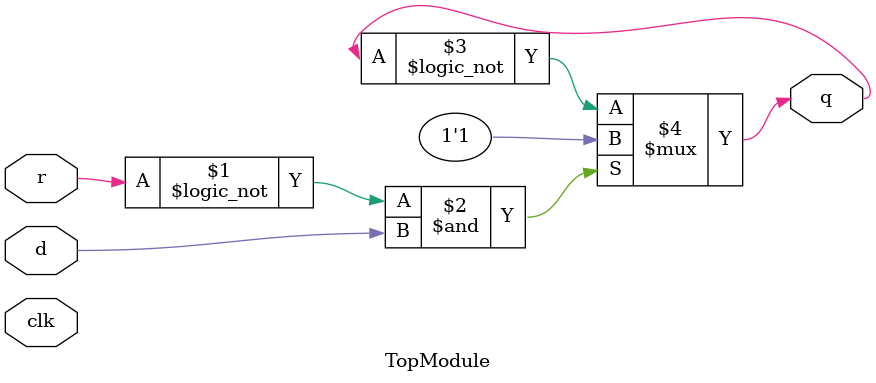
<source format=sv>

module TopModule (
  input clk,
  input d,
  input r,
  output logic q
);
assign q = (!r & d) ? 1'b1 : !q;

endmodule

</source>
